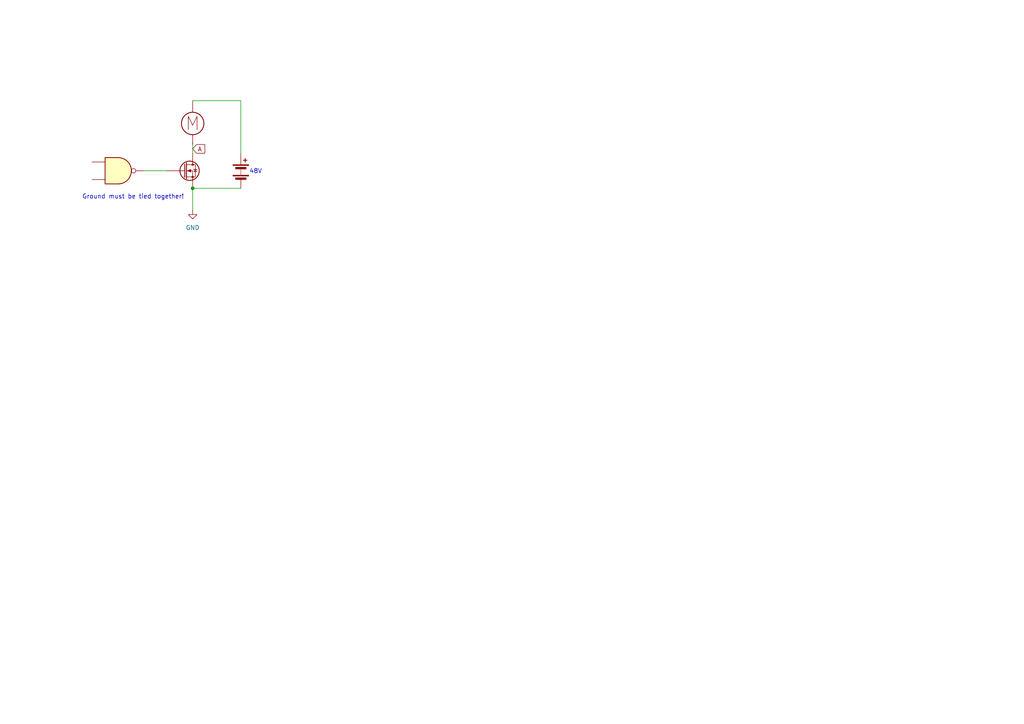
<source format=kicad_sch>
(kicad_sch (version 20250114) (generator "eeschema") (generator_version "9.0")
  (paper "A4")
  (lib_symbols
    (symbol "74xx:74LS00" (pin_numbers (hide yes)) (pin_names (offset 1.016))
      (property "Reference" "U" (at 0 1.27 0))
      (property "Value" "74LS00" (at 0 -1.27 0))
      (symbol "74LS00_1_1"
        (arc (start 0 3.81) (mid 3.7934 0) (end 0 -3.81) (stroke (width 0.254)) (fill (type background)))
        (polyline (pts (xy 0 3.81) (xy -3.81 3.81) (xy -3.81 -3.81) (xy 0 -3.81)) (stroke (width 0.254)) (fill (type background)))
        (pin input line (at -7.62 2.54 0) (length 3.81) (name "~") (number "1"))
        (pin input line (at -7.62 -2.54 0) (length 3.81) (name "~") (number "2"))
        (pin output inverted (at 7.62 0 180) (length 3.81) (name "~") (number "3"))
      )
      (symbol "74LS00_1_2"
        (arc (start -3.81 3.81) (mid -2.589 0) (end -3.81 -3.81) (stroke (width 0.254)))
        (polyline (pts (xy -3.81 3.81) (xy -0.635 3.81)) (stroke (width 0.254)) (fill (type background)))
        (polyline (pts (xy -3.81 -3.81) (xy -0.635 -3.81)) (stroke (width 0.254)) (fill (type background)))
        (arc (start 3.81 0) (mid 2.1855 -2.584) (end -0.6096 -3.81) (stroke (width 0.254)) (fill (type background)))
        (arc (start -0.6096 3.81) (mid 2.1928 2.5924) (end 3.81 0) (stroke (width 0.254)) (fill (type background)))
        (polyline (pts (xy -0.635 3.81) (xy -3.81 3.81) (xy -3.81 3.81) (xy -3.556 3.4036) (xy -3.0226 2.2606) (xy -2.6924 1.0414) (xy -2.6162 -0.254) (xy -2.7686 -1.4986) (xy -3.175 -2.7178) (xy -3.81 -3.81) (xy -3.81 -3.81) (xy -0.635 -3.81)) (stroke (width -25.4)) (fill (type background)))
        (pin input inverted (at -7.62 2.54 0) (length 4.318) (name "~") (number "1"))
        (pin input inverted (at -7.62 -2.54 0) (length 4.318) (name "~") (number "2"))
        (pin output line (at 7.62 0 180) (length 3.81) (name "~") (number "3"))
      )
      (symbol "74LS00_2_1"
        (arc (start 0 3.81) (mid 3.7934 0) (end 0 -3.81) (stroke (width 0.254)) (fill (type background)))
        (polyline (pts (xy 0 3.81) (xy -3.81 3.81) (xy -3.81 -3.81) (xy 0 -3.81)) (stroke (width 0.254)) (fill (type background)))
        (pin input line (at -7.62 2.54 0) (length 3.81) (name "~") (number "4"))
        (pin input line (at -7.62 -2.54 0) (length 3.81) (name "~") (number "5"))
        (pin output inverted (at 7.62 0 180) (length 3.81) (name "~") (number "6"))
      )
      (symbol "74LS00_2_2"
        (arc (start -3.81 3.81) (mid -2.589 0) (end -3.81 -3.81) (stroke (width 0.254)))
        (polyline (pts (xy -3.81 3.81) (xy -0.635 3.81)) (stroke (width 0.254)) (fill (type background)))
        (polyline (pts (xy -3.81 -3.81) (xy -0.635 -3.81)) (stroke (width 0.254)) (fill (type background)))
        (arc (start 3.81 0) (mid 2.1855 -2.584) (end -0.6096 -3.81) (stroke (width 0.254)) (fill (type background)))
        (arc (start -0.6096 3.81) (mid 2.1928 2.5924) (end 3.81 0) (stroke (width 0.254)) (fill (type background)))
        (polyline (pts (xy -0.635 3.81) (xy -3.81 3.81) (xy -3.81 3.81) (xy -3.556 3.4036) (xy -3.0226 2.2606) (xy -2.6924 1.0414) (xy -2.6162 -0.254) (xy -2.7686 -1.4986) (xy -3.175 -2.7178) (xy -3.81 -3.81) (xy -3.81 -3.81) (xy -0.635 -3.81)) (stroke (width -25.4)) (fill (type background)))
        (pin input inverted (at -7.62 2.54 0) (length 4.318) (name "~") (number "4"))
        (pin input inverted (at -7.62 -2.54 0) (length 4.318) (name "~") (number "5"))
        (pin output line (at 7.62 0 180) (length 3.81) (name "~") (number "6"))
      )
      (symbol "74LS00_3_1"
        (arc (start 0 3.81) (mid 3.7934 0) (end 0 -3.81) (stroke (width 0.254)) (fill (type background)))
        (polyline (pts (xy 0 3.81) (xy -3.81 3.81) (xy -3.81 -3.81) (xy 0 -3.81)) (stroke (width 0.254)) (fill (type background)))
        (pin input line (at -7.62 2.54 0) (length 3.81) (name "~") (number "9"))
        (pin input line (at -7.62 -2.54 0) (length 3.81) (name "~") (number "10"))
        (pin output inverted (at 7.62 0 180) (length 3.81) (name "~") (number "8"))
      )
      (symbol "74LS00_3_2"
        (arc (start -3.81 3.81) (mid -2.589 0) (end -3.81 -3.81) (stroke (width 0.254)))
        (polyline (pts (xy -3.81 3.81) (xy -0.635 3.81)) (stroke (width 0.254)) (fill (type background)))
        (polyline (pts (xy -3.81 -3.81) (xy -0.635 -3.81)) (stroke (width 0.254)) (fill (type background)))
        (arc (start 3.81 0) (mid 2.1855 -2.584) (end -0.6096 -3.81) (stroke (width 0.254)) (fill (type background)))
        (arc (start -0.6096 3.81) (mid 2.1928 2.5924) (end 3.81 0) (stroke (width 0.254)) (fill (type background)))
        (polyline (pts (xy -0.635 3.81) (xy -3.81 3.81) (xy -3.81 3.81) (xy -3.556 3.4036) (xy -3.0226 2.2606) (xy -2.6924 1.0414) (xy -2.6162 -0.254) (xy -2.7686 -1.4986) (xy -3.175 -2.7178) (xy -3.81 -3.81) (xy -3.81 -3.81) (xy -0.635 -3.81)) (stroke (width -25.4)) (fill (type background)))
        (pin input inverted (at -7.62 2.54 0) (length 4.318) (name "~") (number "9"))
        (pin input inverted (at -7.62 -2.54 0) (length 4.318) (name "~") (number "10"))
        (pin output line (at 7.62 0 180) (length 3.81) (name "~") (number "8"))
      )
      (symbol "74LS00_4_1"
        (arc (start 0 3.81) (mid 3.7934 0) (end 0 -3.81) (stroke (width 0.254)) (fill (type background)))
        (polyline (pts (xy 0 3.81) (xy -3.81 3.81) (xy -3.81 -3.81) (xy 0 -3.81)) (stroke (width 0.254)) (fill (type background)))
        (pin input line (at -7.62 2.54 0) (length 3.81) (name "~") (number "12"))
        (pin input line (at -7.62 -2.54 0) (length 3.81) (name "~") (number "13"))
        (pin output inverted (at 7.62 0 180) (length 3.81) (name "~") (number "11"))
      )
      (symbol "74LS00_4_2"
        (arc (start -3.81 3.81) (mid -2.589 0) (end -3.81 -3.81) (stroke (width 0.254)))
        (polyline (pts (xy -3.81 3.81) (xy -0.635 3.81)) (stroke (width 0.254)) (fill (type background)))
        (polyline (pts (xy -3.81 -3.81) (xy -0.635 -3.81)) (stroke (width 0.254)) (fill (type background)))
        (arc (start 3.81 0) (mid 2.1855 -2.584) (end -0.6096 -3.81) (stroke (width 0.254)) (fill (type background)))
        (arc (start -0.6096 3.81) (mid 2.1928 2.5924) (end 3.81 0) (stroke (width 0.254)) (fill (type background)))
        (polyline (pts (xy -0.635 3.81) (xy -3.81 3.81) (xy -3.81 3.81) (xy -3.556 3.4036) (xy -3.0226 2.2606) (xy -2.6924 1.0414) (xy -2.6162 -0.254) (xy -2.7686 -1.4986) (xy -3.175 -2.7178) (xy -3.81 -3.81) (xy -3.81 -3.81) (xy -0.635 -3.81)) (stroke (width -25.4)) (fill (type background)))
        (pin input inverted (at -7.62 2.54 0) (length 4.318) (name "~") (number "12"))
        (pin input inverted (at -7.62 -2.54 0) (length 4.318) (name "~") (number "13"))
        (pin output line (at 7.62 0 180) (length 3.81) (name "~") (number "11"))
      )
      (symbol "74LS00_5_0"
        (pin power_in line (at 0 12.7 270) (length 5.08) (name "VCC") (number "14"))
        (pin power_in line (at 0 -12.7 90) (length 5.08) (name "GND") (number "7"))
      )
      (symbol "74LS00_5_1"
        (rectangle (start -5.08 7.62) (end 5.08 -7.62) (stroke (width 0.254)) (fill (type background)))
      )
    )
    (symbol "Device:Battery" (pin_numbers (hide yes)) (pin_names (offset 0) (hide yes))
      (property "Reference" "BT" (at 2.54 2.54 0))
      (property "Value" "Battery" (at 2.54 0 0))
      (symbol "Battery_0_1"
        (rectangle (start -2.286 1.778) (end 2.286 1.524) (fill (type outline)))
        (rectangle (start -2.286 -1.27) (end 2.286 -1.524) (fill (type outline)))
        (rectangle (start -1.524 1.016) (end 1.524 0.508) (fill (type outline)))
        (rectangle (start -1.524 -2.032) (end 1.524 -2.54) (fill (type outline)))
        (polyline (pts (xy 0 1.778) (xy 0 2.54)))
        (polyline (pts (xy 0 0) (xy 0 0.254)))
        (polyline (pts (xy 0 -0.508) (xy 0 -0.254)))
        (polyline (pts (xy 0 -1.016) (xy 0 -0.762)))
        (polyline (pts (xy 0.762 3.048) (xy 1.778 3.048)) (stroke (width 0.254)))
        (polyline (pts (xy 1.27 3.556) (xy 1.27 2.54)) (stroke (width 0.254)))
      )
      (symbol "Battery_1_1"
        (pin passive line (at 0 5.08 270) (length 2.54) (name "+") (number "1"))
        (pin passive line (at 0 -5.08 90) (length 2.54) (name "-") (number "2"))
      )
    )
    (symbol "Motor:Motor_DC" (pin_numbers (hide yes)) (pin_names (offset 0) (hide yes))
      (property "Reference" "M" (at 2.54 2.54 0))
      (property "Value" "Motor_DC" (at 2.54 -5.08 0))
      (symbol "Motor_DC_0_0"
        (polyline (pts (xy -1.27 -3.302) (xy -1.27 0.508) (xy 0 -2.032) (xy 1.27 0.508) (xy 1.27 -3.302)))
      )
      (symbol "Motor_DC_0_1"
        (polyline (pts (xy 0 2.032) (xy 0 2.54)))
        (polyline (pts (xy 0 1.7272) (xy 0 2.0828)))
        (circle (center 0 -1.524) (radius 3.2512) (stroke (width 0.254)))
        (polyline (pts (xy 0 -4.7752) (xy 0 -5.1816)))
        (polyline (pts (xy 0 -7.62) (xy 0 -7.112)))
      )
      (symbol "Motor_DC_1_1"
        (pin passive line (at 0 5.08 270) (length 2.54) (name "+") (number "1"))
        (pin passive line (at 0 -7.62 90) (length 2.54) (name "-") (number "2"))
      )
    )
    (symbol "Transistor_FET_Other:DN2540N3-G" (pin_numbers (hide yes)) (pin_names (offset 0) (hide yes))
      (property "Reference" "Q" (at 5.08 1.905 0))
      (property "Value" "DN2540N3-G" (at 5.08 0 0))
      (symbol "DN2540N3-G_0_1"
        (polyline (pts (xy 0.254 1.905) (xy 0.254 -1.905)) (stroke (width 0.254)))
        (polyline (pts (xy 0.254 0) (xy -2.54 0)))
        (polyline (pts (xy 0.762 2.286) (xy 0.762 -2.286)) (stroke (width 0.254)))
        (polyline (pts (xy 0.762 -1.778) (xy 3.302 -1.778) (xy 3.302 1.778) (xy 0.762 1.778)))
        (polyline (pts (xy 1.016 0) (xy 2.032 0.381) (xy 2.032 -0.381) (xy 1.016 0)) (fill (type outline)))
        (circle (center 1.651 0) (radius 2.794) (stroke (width 0.254)))
        (polyline (pts (xy 2.54 2.54) (xy 2.54 1.778)))
        (circle (center 2.54 1.778) (radius 0.254) (fill (type outline)))
        (circle (center 2.54 -1.778) (radius 0.254) (fill (type outline)))
        (polyline (pts (xy 2.54 -2.54) (xy 2.54 0) (xy 0.762 0)))
        (polyline (pts (xy 2.794 0.508) (xy 2.921 0.381) (xy 3.683 0.381) (xy 3.81 0.254)))
        (polyline (pts (xy 3.302 0.381) (xy 2.921 -0.254) (xy 3.683 -0.254) (xy 3.302 0.381)))
      )
      (symbol "DN2540N3-G_1_1"
        (pin input line (at -5.08 0 0) (length 2.54) (name "G") (number "2"))
        (pin passive line (at 2.54 5.08 270) (length 2.54) (name "D") (number "3"))
        (pin passive line (at 2.54 -5.08 90) (length 2.54) (name "S") (number "1"))
      )
    )
    (symbol "power:GND" (power) (pin_numbers (hide yes)) (pin_names (offset 0) (hide yes))
      (property "Value" "GND" (at 0 -3.81 0))
      (symbol "GND_0_1"
        (polyline (pts (xy 0 0) (xy 0 -1.27) (xy 1.27 -1.27) (xy 0 -2.54) (xy -1.27 -1.27) (xy 0 -1.27)))
      )
      (symbol "GND_1_1"
        (pin power_in line (at 0 0 270) (length 0) (name "~") (number "1"))
      )
    )
  )
  (text "48V\n" (at 74.168 49.784 0) (effects (font (size 1.27 1.27))))
  (text "Ground must be tied together!\n" (at 38.608 57.15 0) (effects (font (size 1.27 1.27))))
  (junction (at 55.88 54.61))
  (wire (pts (xy 55.88 29.21) (xy 69.85 29.21)))
  (wire (pts (xy 69.85 29.21) (xy 69.85 44.45)))
  (wire (pts (xy 55.88 54.61) (xy 55.88 60.96)))
  (wire (pts (xy 41.91 49.53) (xy 48.26 49.53)))
  (wire (pts (xy 55.88 41.91) (xy 55.88 44.45)))
  (wire (pts (xy 55.88 54.61) (xy 69.85 54.61)))
  (global_label "A" (shape input) (at 55.88 43.18 0) (property "Intersheetrefs" "${INTERSHEET_REFS}" (effects (hide yes))))
  (symbol (lib_id "power:GND") (at 55.88 60.96 0) (unit 1)
    (property "Reference" "#PWR01" (effects (hide yes)))
    (property "Value" "GND" (at 55.88 66.04 0))
    (property "Description" "Power symbol creates a global label with name \"GND\" , ground" (effects (hide yes)))
  )
  (symbol (lib_id "Transistor_FET_Other:DN2540N3-G") (at 53.34 49.53 0) (unit 1)
    (property "Reference" "Q1" (effects (hide yes)))
    (property "Value" "DN2540N3-G" (effects (hide yes)))
    (property "Footprint" "Package_TO_SOT_THT:TO-92_Inline" (effects (hide yes)))
    (property "Datasheet" "https://ww1.microchip.com/downloads/en/DeviceDoc/DN2540%20B060313.pdf" (effects (hide yes)))
    (property "Description" "150mA Ids, 400 Vds, Depletion-mode N-channel MOSFET, TO-92" (effects (hide yes)))
  )
  (symbol (lib_id "Device:Battery") (at 69.85 49.53 0) (unit 1)
    (property "Reference" "BT1" (effects (hide yes)))
    (property "Value" "B" (effects (hide yes)))
    (property "Description" "Multiple-cell battery" (effects (hide yes)))
  )
  (symbol (lib_id "Motor:Motor_DC") (at 55.88 34.29 0) (unit 1)
    (property "Reference" "M1" (effects (hide yes)))
    (property "Value" "Motor_DC" (effects (hide yes)))
    (property "Description" "DC Motor" (effects (hide yes)))
  )
  (symbol (lib_id "74xx:74LS00") (at 34.29 49.53 0) (unit 1)
    (property "Reference" "U1" (effects (hide yes)))
    (property "Value" "X" (effects (hide yes)))
    (property "Datasheet" "http://www.ti.com/lit/gpn/sn74ls00" (effects (hide yes)))
    (property "Description" "quad 2-input NAND gate" (effects (hide yes)))
  )
)
</source>
